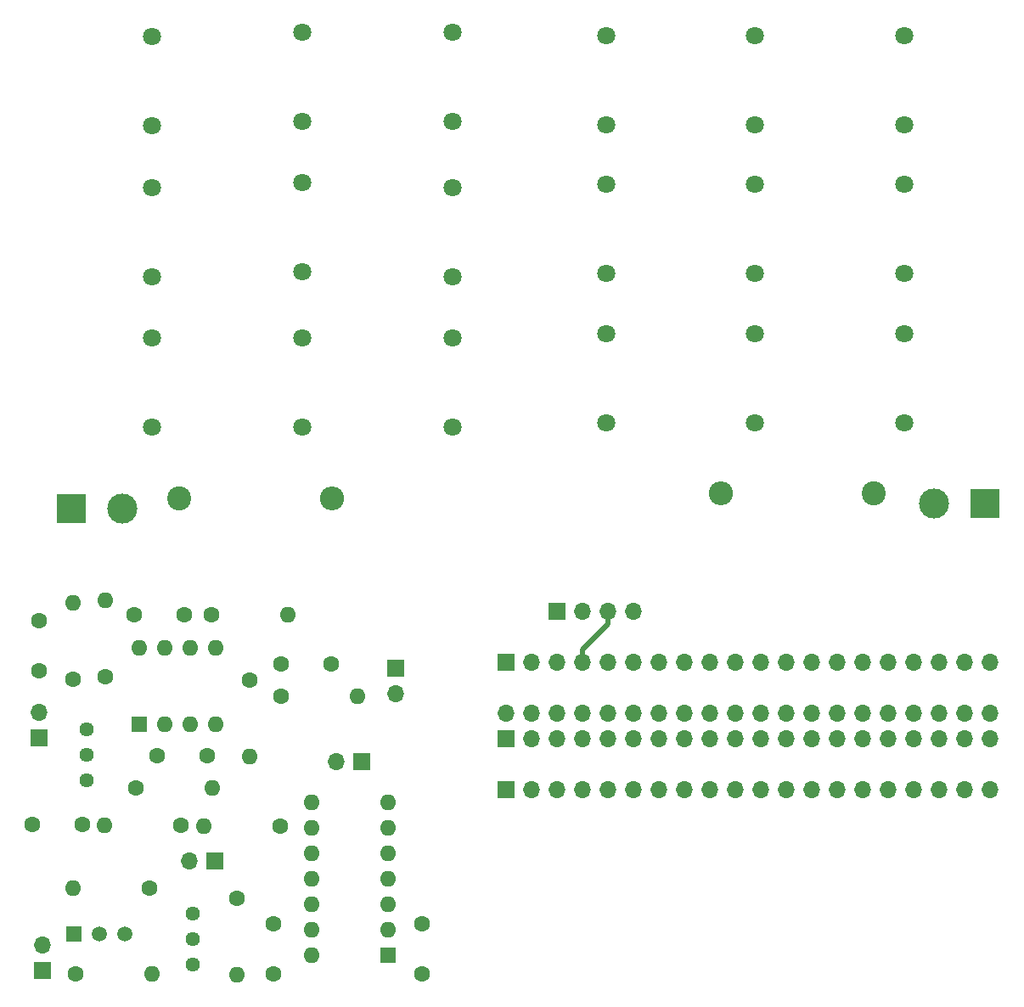
<source format=gbr>
%TF.GenerationSoftware,KiCad,Pcbnew,7.0.11+dfsg-1build4*%
%TF.CreationDate,2025-11-16T19:22:10-06:00*%
%TF.ProjectId,AdapterBoard,41646170-7465-4724-926f-6172642e6b69,rev?*%
%TF.SameCoordinates,Original*%
%TF.FileFunction,Copper,L1,Top*%
%TF.FilePolarity,Positive*%
%FSLAX46Y46*%
G04 Gerber Fmt 4.6, Leading zero omitted, Abs format (unit mm)*
G04 Created by KiCad (PCBNEW 7.0.11+dfsg-1build4) date 2025-11-16 19:22:10*
%MOMM*%
%LPD*%
G01*
G04 APERTURE LIST*
%TA.AperFunction,ComponentPad*%
%ADD10R,3.000000X3.000000*%
%TD*%
%TA.AperFunction,ComponentPad*%
%ADD11C,3.000000*%
%TD*%
%TA.AperFunction,ComponentPad*%
%ADD12C,1.600000*%
%TD*%
%TA.AperFunction,ComponentPad*%
%ADD13O,1.600000X1.600000*%
%TD*%
%TA.AperFunction,ComponentPad*%
%ADD14R,1.700000X1.700000*%
%TD*%
%TA.AperFunction,ComponentPad*%
%ADD15O,1.700000X1.700000*%
%TD*%
%TA.AperFunction,ComponentPad*%
%ADD16R,1.500000X1.500000*%
%TD*%
%TA.AperFunction,ComponentPad*%
%ADD17C,1.500000*%
%TD*%
%TA.AperFunction,ComponentPad*%
%ADD18C,2.400000*%
%TD*%
%TA.AperFunction,ComponentPad*%
%ADD19O,2.400000X2.400000*%
%TD*%
%TA.AperFunction,ComponentPad*%
%ADD20R,1.600000X1.600000*%
%TD*%
%TA.AperFunction,ComponentPad*%
%ADD21C,1.440000*%
%TD*%
%TA.AperFunction,ComponentPad*%
%ADD22C,1.800000*%
%TD*%
%TA.AperFunction,Conductor*%
%ADD23C,0.500000*%
%TD*%
G04 APERTURE END LIST*
D10*
%TO.P,J9,1,Pin_1*%
%TO.N,Net-(J1-Pin_1)*%
X35000000Y-81000000D03*
D11*
%TO.P,J9,2,Pin_2*%
%TO.N,Net-(J9-Pin_2)*%
X40080000Y-81000000D03*
%TD*%
D10*
%TO.P,J13,1,Pin_1*%
%TO.N,Net-(J13-Pin_1)*%
X126080000Y-80500000D03*
D11*
%TO.P,J13,2,Pin_2*%
%TO.N,Net-(J13-Pin_2)*%
X121000000Y-80500000D03*
%TD*%
D12*
%TO.P,R12,1*%
%TO.N,Net-(C7-Pad1)*%
X48990000Y-91580000D03*
D13*
%TO.P,R12,2*%
%TO.N,Net-(U2B--)*%
X56610000Y-91580000D03*
%TD*%
D14*
%TO.P,J31,1,Pin_1*%
%TO.N,+5V*%
X49270000Y-116180000D03*
D15*
%TO.P,J31,2,Pin_2*%
%TO.N,GND*%
X46730000Y-116180000D03*
%TD*%
D16*
%TO.P,Q1,1,E*%
%TO.N,GND*%
X35220000Y-123470000D03*
D17*
%TO.P,Q1,2,B*%
%TO.N,Net-(Q1-B)*%
X37760000Y-123470000D03*
%TO.P,Q1,3,C*%
%TO.N,Net-(Q1-C)*%
X40300000Y-123470000D03*
%TD*%
D18*
%TO.P,R1,1*%
%TO.N,Net-(J9-Pin_2)*%
X45760000Y-80000000D03*
D19*
%TO.P,R1,2*%
%TO.N,Net-(J1-Pin_2)*%
X61000000Y-80000000D03*
%TD*%
D14*
%TO.P,J33,1,Pin_1*%
%TO.N,Net-(J33-Pin_1)*%
X67320000Y-96980000D03*
D15*
%TO.P,J33,2,Pin_2*%
%TO.N,GND*%
X67320000Y-99520000D03*
%TD*%
D12*
%TO.P,R13,1*%
%TO.N,Net-(C7-Pad1)*%
X55920000Y-99760000D03*
D13*
%TO.P,R13,2*%
%TO.N,GND*%
X63540000Y-99760000D03*
%TD*%
D12*
%TO.P,R9,1*%
%TO.N,Net-(C6-Pad1)*%
X41390000Y-108870000D03*
D13*
%TO.P,R9,2*%
%TO.N,Net-(U2A--)*%
X49010000Y-108870000D03*
%TD*%
D14*
%TO.P,J26,1,Pin_1*%
%TO.N,Net-(J25-Pin_1)*%
X78320000Y-109040000D03*
D15*
%TO.P,J26,2,Pin_2*%
%TO.N,Net-(J25-Pin_3)*%
X80860000Y-109040000D03*
%TO.P,J26,3,Pin_3*%
%TO.N,Net-(J25-Pin_5)*%
X83400000Y-109040000D03*
%TO.P,J26,4,Pin_4*%
%TO.N,Net-(J25-Pin_7)*%
X85940000Y-109040000D03*
%TO.P,J26,5,Pin_5*%
%TO.N,Net-(J25-Pin_9)*%
X88480000Y-109040000D03*
%TO.P,J26,6,Pin_6*%
%TO.N,Net-(J25-Pin_11)*%
X91020000Y-109040000D03*
%TO.P,J26,7,Pin_7*%
%TO.N,Net-(J25-Pin_13)*%
X93560000Y-109040000D03*
%TO.P,J26,8,Pin_8*%
%TO.N,Net-(J25-Pin_15)*%
X96100000Y-109040000D03*
%TO.P,J26,9,Pin_9*%
%TO.N,Net-(J25-Pin_17)*%
X98640000Y-109040000D03*
%TO.P,J26,10,Pin_10*%
%TO.N,Net-(J25-Pin_19)*%
X101180000Y-109040000D03*
%TO.P,J26,11,Pin_11*%
%TO.N,Net-(J25-Pin_21)*%
X103720000Y-109040000D03*
%TO.P,J26,12,Pin_12*%
%TO.N,Net-(J25-Pin_23)*%
X106260000Y-109040000D03*
%TO.P,J26,13,Pin_13*%
%TO.N,Net-(J25-Pin_25)*%
X108800000Y-109040000D03*
%TO.P,J26,14,Pin_14*%
%TO.N,Net-(J25-Pin_27)*%
X111340000Y-109040000D03*
%TO.P,J26,15,Pin_15*%
%TO.N,Net-(J25-Pin_29)*%
X113880000Y-109040000D03*
%TO.P,J26,16,Pin_16*%
%TO.N,Net-(J25-Pin_31)*%
X116420000Y-109040000D03*
%TO.P,J26,17,Pin_17*%
%TO.N,Net-(J25-Pin_33)*%
X118960000Y-109040000D03*
%TO.P,J26,18,Pin_18*%
%TO.N,Net-(J25-Pin_35)*%
X121500000Y-109040000D03*
%TO.P,J26,19,Pin_19*%
%TO.N,Net-(J25-Pin_37)*%
X124040000Y-109040000D03*
%TO.P,J26,20,Pin_20*%
%TO.N,Net-(J25-Pin_39)*%
X126580000Y-109040000D03*
%TD*%
D12*
%TO.P,C1,1*%
%TO.N,Net-(C1-Pad1)*%
X69930000Y-127410000D03*
%TO.P,C1,2*%
%TO.N,GND*%
X69930000Y-122410000D03*
%TD*%
%TO.P,C4,1*%
%TO.N,+5V*%
X41220000Y-91630000D03*
%TO.P,C4,2*%
%TO.N,GND*%
X46220000Y-91630000D03*
%TD*%
%TO.P,R11,1*%
%TO.N,Net-(C6-Pad1)*%
X38354000Y-97790000D03*
D13*
%TO.P,R11,2*%
%TO.N,GND*%
X38354000Y-90170000D03*
%TD*%
D14*
%TO.P,J28,1,Pin_1*%
%TO.N,Net-(J25-Pin_6)*%
X83400000Y-91260000D03*
D15*
%TO.P,J28,2,Pin_2*%
%TO.N,Net-(J25-Pin_10)*%
X85940000Y-91260000D03*
%TO.P,J28,3,Pin_3*%
%TO.N,Net-(J25-Pin_8)*%
X88480000Y-91260000D03*
%TO.P,J28,4,Pin_4*%
%TO.N,Net-(J25-Pin_12)*%
X91020000Y-91260000D03*
%TD*%
D20*
%TO.P,U1,1*%
%TO.N,Net-(C1-Pad1)*%
X66530000Y-125560000D03*
D13*
%TO.P,U1,2*%
%TO.N,Net-(R3-Pad1)*%
X66530000Y-123020000D03*
%TO.P,U1,3*%
X66530000Y-120480000D03*
%TO.P,U1,4*%
%TO.N,Net-(J29-Pin_1)*%
X66530000Y-117940000D03*
%TO.P,U1,5*%
%TO.N,Net-(R3-Pad1)*%
X66530000Y-115400000D03*
%TO.P,U1,6*%
%TO.N,Net-(J29-Pin_1)*%
X66530000Y-112860000D03*
%TO.P,U1,7,GND*%
%TO.N,GND*%
X66530000Y-110320000D03*
%TO.P,U1,8*%
%TO.N,Net-(J29-Pin_2)*%
X58910000Y-110320000D03*
%TO.P,U1,9*%
%TO.N,Net-(U1-Pad11)*%
X58910000Y-112860000D03*
%TO.P,U1,10*%
%TO.N,Net-(J29-Pin_2)*%
X58910000Y-115400000D03*
%TO.P,U1,11*%
%TO.N,Net-(U1-Pad11)*%
X58910000Y-117940000D03*
%TO.P,U1,12*%
X58910000Y-120480000D03*
%TO.P,U1,13*%
%TO.N,Net-(R3-Pad1)*%
X58910000Y-123020000D03*
%TO.P,U1,14,VCC*%
%TO.N,+5V*%
X58910000Y-125560000D03*
%TD*%
D14*
%TO.P,J27,1,Pin_1*%
%TO.N,Net-(J25-Pin_2)*%
X78320000Y-96340000D03*
D15*
%TO.P,J27,2,Pin_2*%
%TO.N,Net-(J25-Pin_4)*%
X80860000Y-96340000D03*
%TO.P,J27,3,Pin_3*%
%TO.N,Net-(J25-Pin_6)*%
X83400000Y-96340000D03*
%TO.P,J27,4,Pin_4*%
%TO.N,Net-(J25-Pin_8)*%
X85940000Y-96340000D03*
%TO.P,J27,5,Pin_5*%
%TO.N,Net-(J25-Pin_10)*%
X88480000Y-96340000D03*
%TO.P,J27,6,Pin_6*%
%TO.N,Net-(J25-Pin_12)*%
X91020000Y-96340000D03*
%TO.P,J27,7,Pin_7*%
%TO.N,Net-(J25-Pin_14)*%
X93560000Y-96340000D03*
%TO.P,J27,8,Pin_8*%
%TO.N,Net-(J25-Pin_16)*%
X96100000Y-96340000D03*
%TO.P,J27,9,Pin_9*%
%TO.N,Net-(J25-Pin_18)*%
X98640000Y-96340000D03*
%TO.P,J27,10,Pin_10*%
%TO.N,Net-(J25-Pin_20)*%
X101180000Y-96340000D03*
%TO.P,J27,11,Pin_11*%
%TO.N,Net-(J25-Pin_22)*%
X103720000Y-96340000D03*
%TO.P,J27,12,Pin_12*%
%TO.N,Net-(J25-Pin_24)*%
X106260000Y-96340000D03*
%TO.P,J27,13,Pin_13*%
%TO.N,Net-(J25-Pin_26)*%
X108800000Y-96340000D03*
%TO.P,J27,14,Pin_14*%
%TO.N,Net-(J25-Pin_28)*%
X111340000Y-96340000D03*
%TO.P,J27,15,Pin_15*%
%TO.N,Net-(J25-Pin_30)*%
X113880000Y-96340000D03*
%TO.P,J27,16,Pin_16*%
%TO.N,Net-(J25-Pin_32)*%
X116420000Y-96340000D03*
%TO.P,J27,17,Pin_17*%
%TO.N,Net-(J25-Pin_34)*%
X118960000Y-96340000D03*
%TO.P,J27,18,Pin_18*%
%TO.N,Net-(J25-Pin_36)*%
X121500000Y-96340000D03*
%TO.P,J27,19,Pin_19*%
%TO.N,Net-(J25-Pin_38)*%
X124040000Y-96340000D03*
%TO.P,J27,20,Pin_20*%
%TO.N,Net-(J25-Pin_40)*%
X126580000Y-96340000D03*
%TD*%
D12*
%TO.P,R6,1*%
%TO.N,Net-(U2A-+)*%
X45920000Y-112620000D03*
D13*
%TO.P,R6,2*%
%TO.N,GND*%
X38300000Y-112620000D03*
%TD*%
D14*
%TO.P,J29,1,Pin_1*%
%TO.N,Net-(J29-Pin_1)*%
X63970000Y-106250000D03*
D15*
%TO.P,J29,2,Pin_2*%
%TO.N,Net-(J29-Pin_2)*%
X61430000Y-106250000D03*
%TD*%
D12*
%TO.P,R10,1*%
%TO.N,Net-(U2B--)*%
X52800000Y-98100000D03*
D13*
%TO.P,R10,2*%
%TO.N,Net-(C6-Pad2)*%
X52800000Y-105720000D03*
%TD*%
D12*
%TO.P,C7,1*%
%TO.N,Net-(C7-Pad1)*%
X55920000Y-96510000D03*
%TO.P,C7,2*%
%TO.N,Net-(J33-Pin_1)*%
X60920000Y-96510000D03*
%TD*%
%TO.P,R3,1*%
%TO.N,Net-(R3-Pad1)*%
X51490000Y-119920000D03*
D13*
%TO.P,R3,2*%
%TO.N,Net-(R3-Pad2)*%
X51490000Y-127540000D03*
%TD*%
D20*
%TO.P,U2,1*%
%TO.N,Net-(C6-Pad1)*%
X41740000Y-102560000D03*
D13*
%TO.P,U2,2,-*%
%TO.N,Net-(U2A--)*%
X44280000Y-102560000D03*
%TO.P,U2,3,+*%
%TO.N,Net-(U2A-+)*%
X46820000Y-102560000D03*
%TO.P,U2,4,V-*%
%TO.N,GND*%
X49360000Y-102560000D03*
%TO.P,U2,5,+*%
%TO.N,Net-(U2A-+)*%
X49360000Y-94940000D03*
%TO.P,U2,6,-*%
%TO.N,Net-(U2B--)*%
X46820000Y-94940000D03*
%TO.P,U2,7*%
%TO.N,Net-(C7-Pad1)*%
X44280000Y-94940000D03*
%TO.P,U2,8,V+*%
%TO.N,+5V*%
X41740000Y-94940000D03*
%TD*%
D14*
%TO.P,J30,1,Pin_1*%
%TO.N,GND*%
X31740000Y-103875000D03*
D15*
%TO.P,J30,2,Pin_2*%
%TO.N,Net-(J30-Pin_2)*%
X31740000Y-101335000D03*
%TD*%
D18*
%TO.P,R2,1*%
%TO.N,Net-(J13-Pin_2)*%
X115000000Y-79500000D03*
D19*
%TO.P,R2,2*%
%TO.N,Net-(J15-Pin_2)*%
X99760000Y-79500000D03*
%TD*%
D12*
%TO.P,R5,1*%
%TO.N,Net-(J32-Pin_1)*%
X35370000Y-127400000D03*
D13*
%TO.P,R5,2*%
%TO.N,Net-(Q1-B)*%
X42990000Y-127400000D03*
%TD*%
D12*
%TO.P,R4,1*%
%TO.N,Net-(C1-Pad1)*%
X42800000Y-118840000D03*
D13*
%TO.P,R4,2*%
%TO.N,Net-(Q1-C)*%
X35180000Y-118840000D03*
%TD*%
D12*
%TO.P,C2,1*%
%TO.N,Net-(J30-Pin_2)*%
X31790000Y-97190000D03*
%TO.P,C2,2*%
%TO.N,Net-(C2-Pad2)*%
X31790000Y-92190000D03*
%TD*%
D21*
%TO.P,RV2,1,1*%
%TO.N,Net-(C6-Pad1)*%
X36510000Y-103040000D03*
%TO.P,RV2,2,2*%
%TO.N,Net-(U2A--)*%
X36510000Y-105580000D03*
%TO.P,RV2,3,3*%
%TO.N,unconnected-(RV2-Pad3)*%
X36510000Y-108120000D03*
%TD*%
D12*
%TO.P,C3,1*%
%TO.N,+5V*%
X55100000Y-122440000D03*
%TO.P,C3,2*%
%TO.N,GND*%
X55100000Y-127440000D03*
%TD*%
D14*
%TO.P,J32,1,Pin_1*%
%TO.N,Net-(J32-Pin_1)*%
X32090000Y-127050000D03*
D15*
%TO.P,J32,2,Pin_2*%
%TO.N,GND*%
X32090000Y-124510000D03*
%TD*%
D21*
%TO.P,RV1,1,1*%
%TO.N,Net-(R3-Pad2)*%
X47100000Y-126460000D03*
%TO.P,RV1,2,2*%
%TO.N,Net-(C1-Pad1)*%
X47100000Y-123920000D03*
%TO.P,RV1,3,3*%
%TO.N,unconnected-(RV1-Pad3)*%
X47100000Y-121380000D03*
%TD*%
D12*
%TO.P,C5,1*%
%TO.N,GND*%
X31100000Y-112560000D03*
%TO.P,C5,2*%
%TO.N,Net-(U2A-+)*%
X36100000Y-112560000D03*
%TD*%
%TO.P,R8,1*%
%TO.N,Net-(U2A--)*%
X35130000Y-98010000D03*
D13*
%TO.P,R8,2*%
%TO.N,Net-(C2-Pad2)*%
X35130000Y-90390000D03*
%TD*%
D12*
%TO.P,C6,1*%
%TO.N,Net-(C6-Pad1)*%
X43520000Y-105690000D03*
%TO.P,C6,2*%
%TO.N,Net-(C6-Pad2)*%
X48520000Y-105690000D03*
%TD*%
%TO.P,R7,1*%
%TO.N,+5V*%
X55770000Y-112690000D03*
D13*
%TO.P,R7,2*%
%TO.N,Net-(U2A-+)*%
X48150000Y-112690000D03*
%TD*%
D22*
%TO.P,J11,1,Pin_1*%
%TO.N,Net-(J1-Pin_1)*%
X43000000Y-34000000D03*
%TO.P,J11,2,Pin_2*%
%TO.N,Net-(J1-Pin_2)*%
X43000000Y-42890000D03*
%TD*%
%TO.P,J21,1,Pin_1*%
%TO.N,Net-(J13-Pin_1)*%
X103171682Y-63555000D03*
%TO.P,J21,2,Pin_2*%
%TO.N,Net-(J15-Pin_2)*%
X103171682Y-72445000D03*
%TD*%
%TO.P,J7,1,Pin_1*%
%TO.N,Net-(J1-Pin_1)*%
X58000000Y-33555000D03*
%TO.P,J7,2,Pin_2*%
%TO.N,Net-(J1-Pin_2)*%
X58000000Y-42445000D03*
%TD*%
%TO.P,J1,1,Pin_1*%
%TO.N,Net-(J1-Pin_1)*%
X73000000Y-33555000D03*
%TO.P,J1,2,Pin_2*%
%TO.N,Net-(J1-Pin_2)*%
X73000000Y-42445000D03*
%TD*%
%TO.P,J2,1,Pin_1*%
%TO.N,Net-(J1-Pin_1)*%
X43000000Y-49000000D03*
%TO.P,J2,2,Pin_2*%
%TO.N,Net-(J1-Pin_2)*%
X43000000Y-57890000D03*
%TD*%
%TO.P,J20,1,Pin_1*%
%TO.N,Net-(J13-Pin_1)*%
X103171682Y-48726682D03*
%TO.P,J20,2,Pin_2*%
%TO.N,Net-(J15-Pin_2)*%
X103171682Y-57616682D03*
%TD*%
%TO.P,J3,1,Pin_1*%
%TO.N,Net-(J1-Pin_1)*%
X73000000Y-49000000D03*
%TO.P,J3,2,Pin_2*%
%TO.N,Net-(J1-Pin_2)*%
X73000000Y-57890000D03*
%TD*%
D14*
%TO.P,J25,1,Pin_1*%
%TO.N,Net-(J25-Pin_1)*%
X78320000Y-103960000D03*
D15*
%TO.P,J25,2,Pin_2*%
%TO.N,Net-(J25-Pin_2)*%
X78320000Y-101420000D03*
%TO.P,J25,3,Pin_3*%
%TO.N,Net-(J25-Pin_3)*%
X80860000Y-103960000D03*
%TO.P,J25,4,Pin_4*%
%TO.N,Net-(J25-Pin_4)*%
X80860000Y-101420000D03*
%TO.P,J25,5,Pin_5*%
%TO.N,Net-(J25-Pin_5)*%
X83400000Y-103960000D03*
%TO.P,J25,6,Pin_6*%
%TO.N,Net-(J25-Pin_6)*%
X83400000Y-101420000D03*
%TO.P,J25,7,Pin_7*%
%TO.N,Net-(J25-Pin_7)*%
X85940000Y-103960000D03*
%TO.P,J25,8,Pin_8*%
%TO.N,Net-(J25-Pin_8)*%
X85940000Y-101420000D03*
%TO.P,J25,9,Pin_9*%
%TO.N,Net-(J25-Pin_9)*%
X88480000Y-103960000D03*
%TO.P,J25,10,Pin_10*%
%TO.N,Net-(J25-Pin_10)*%
X88480000Y-101420000D03*
%TO.P,J25,11,Pin_11*%
%TO.N,Net-(J25-Pin_11)*%
X91020000Y-103960000D03*
%TO.P,J25,12,Pin_12*%
%TO.N,Net-(J25-Pin_12)*%
X91020000Y-101420000D03*
%TO.P,J25,13,Pin_13*%
%TO.N,Net-(J25-Pin_13)*%
X93560000Y-103960000D03*
%TO.P,J25,14,Pin_14*%
%TO.N,Net-(J25-Pin_14)*%
X93560000Y-101420000D03*
%TO.P,J25,15,Pin_15*%
%TO.N,Net-(J25-Pin_15)*%
X96100000Y-103960000D03*
%TO.P,J25,16,Pin_16*%
%TO.N,Net-(J25-Pin_16)*%
X96100000Y-101420000D03*
%TO.P,J25,17,Pin_17*%
%TO.N,Net-(J25-Pin_17)*%
X98640000Y-103960000D03*
%TO.P,J25,18,Pin_18*%
%TO.N,Net-(J25-Pin_18)*%
X98640000Y-101420000D03*
%TO.P,J25,19,Pin_19*%
%TO.N,Net-(J25-Pin_19)*%
X101180000Y-103960000D03*
%TO.P,J25,20,Pin_20*%
%TO.N,Net-(J25-Pin_20)*%
X101180000Y-101420000D03*
%TO.P,J25,21,Pin_21*%
%TO.N,Net-(J25-Pin_21)*%
X103720000Y-103960000D03*
%TO.P,J25,22,Pin_22*%
%TO.N,Net-(J25-Pin_22)*%
X103720000Y-101420000D03*
%TO.P,J25,23,Pin_23*%
%TO.N,Net-(J25-Pin_23)*%
X106260000Y-103960000D03*
%TO.P,J25,24,Pin_24*%
%TO.N,Net-(J25-Pin_24)*%
X106260000Y-101420000D03*
%TO.P,J25,25,Pin_25*%
%TO.N,Net-(J25-Pin_25)*%
X108800000Y-103960000D03*
%TO.P,J25,26,Pin_26*%
%TO.N,Net-(J25-Pin_26)*%
X108800000Y-101420000D03*
%TO.P,J25,27,Pin_27*%
%TO.N,Net-(J25-Pin_27)*%
X111340000Y-103960000D03*
%TO.P,J25,28,Pin_28*%
%TO.N,Net-(J25-Pin_28)*%
X111340000Y-101420000D03*
%TO.P,J25,29,Pin_29*%
%TO.N,Net-(J25-Pin_29)*%
X113880000Y-103960000D03*
%TO.P,J25,30,Pin_30*%
%TO.N,Net-(J25-Pin_30)*%
X113880000Y-101420000D03*
%TO.P,J25,31,Pin_31*%
%TO.N,Net-(J25-Pin_31)*%
X116420000Y-103960000D03*
%TO.P,J25,32,Pin_32*%
%TO.N,Net-(J25-Pin_32)*%
X116420000Y-101420000D03*
%TO.P,J25,33,Pin_33*%
%TO.N,Net-(J25-Pin_33)*%
X118960000Y-103960000D03*
%TO.P,J25,34,Pin_34*%
%TO.N,Net-(J25-Pin_34)*%
X118960000Y-101420000D03*
%TO.P,J25,35,Pin_35*%
%TO.N,Net-(J25-Pin_35)*%
X121500000Y-103960000D03*
%TO.P,J25,36,Pin_36*%
%TO.N,Net-(J25-Pin_36)*%
X121500000Y-101420000D03*
%TO.P,J25,37,Pin_37*%
%TO.N,Net-(J25-Pin_37)*%
X124040000Y-103960000D03*
%TO.P,J25,38,Pin_38*%
%TO.N,Net-(J25-Pin_38)*%
X124040000Y-101420000D03*
%TO.P,J25,39,Pin_39*%
%TO.N,Net-(J25-Pin_39)*%
X126580000Y-103960000D03*
%TO.P,J25,40,Pin_40*%
%TO.N,Net-(J25-Pin_40)*%
X126580000Y-101420000D03*
%TD*%
D22*
%TO.P,J8,1,Pin_1*%
%TO.N,Net-(J1-Pin_1)*%
X73000000Y-64000000D03*
%TO.P,J8,2,Pin_2*%
%TO.N,Net-(J1-Pin_2)*%
X73000000Y-72890000D03*
%TD*%
%TO.P,J4,1,Pin_1*%
%TO.N,Net-(J1-Pin_1)*%
X58000000Y-48555000D03*
%TO.P,J4,2,Pin_2*%
%TO.N,Net-(J1-Pin_2)*%
X58000000Y-57445000D03*
%TD*%
%TO.P,J24,1,Pin_1*%
%TO.N,Net-(J13-Pin_1)*%
X88343364Y-63555000D03*
%TO.P,J24,2,Pin_2*%
%TO.N,Net-(J15-Pin_2)*%
X88343364Y-72445000D03*
%TD*%
%TO.P,J22,1,Pin_1*%
%TO.N,Net-(J13-Pin_1)*%
X88343364Y-33898364D03*
%TO.P,J22,2,Pin_2*%
%TO.N,Net-(J15-Pin_2)*%
X88343364Y-42788364D03*
%TD*%
%TO.P,J6,1,Pin_1*%
%TO.N,Net-(J1-Pin_1)*%
X58000000Y-64000000D03*
%TO.P,J6,2,Pin_2*%
%TO.N,Net-(J1-Pin_2)*%
X58000000Y-72890000D03*
%TD*%
%TO.P,J19,1,Pin_1*%
%TO.N,Net-(J13-Pin_1)*%
X103171682Y-33898364D03*
%TO.P,J19,2,Pin_2*%
%TO.N,Net-(J15-Pin_2)*%
X103171682Y-42788364D03*
%TD*%
%TO.P,J17,1,Pin_1*%
%TO.N,Net-(J13-Pin_1)*%
X118000000Y-48726682D03*
%TO.P,J17,2,Pin_2*%
%TO.N,Net-(J15-Pin_2)*%
X118000000Y-57616682D03*
%TD*%
%TO.P,J23,1,Pin_1*%
%TO.N,Net-(J13-Pin_1)*%
X88343364Y-48726682D03*
%TO.P,J23,2,Pin_2*%
%TO.N,Net-(J15-Pin_2)*%
X88343364Y-57616682D03*
%TD*%
%TO.P,J5,1,Pin_1*%
%TO.N,Net-(J1-Pin_1)*%
X43000000Y-64000000D03*
%TO.P,J5,2,Pin_2*%
%TO.N,Net-(J1-Pin_2)*%
X43000000Y-72890000D03*
%TD*%
%TO.P,J15,1,Pin_1*%
%TO.N,Net-(J13-Pin_1)*%
X118000000Y-33898364D03*
%TO.P,J15,2,Pin_2*%
%TO.N,Net-(J15-Pin_2)*%
X118000000Y-42788364D03*
%TD*%
%TO.P,J18,1,Pin_1*%
%TO.N,Net-(J13-Pin_1)*%
X118000000Y-63555000D03*
%TO.P,J18,2,Pin_2*%
%TO.N,Net-(J15-Pin_2)*%
X118000000Y-72445000D03*
%TD*%
D23*
%TO.N,Net-(J25-Pin_8)*%
X85940000Y-95070000D02*
X88480000Y-92530000D01*
X88480000Y-92530000D02*
X88480000Y-91260000D01*
X85940000Y-96340000D02*
X85940000Y-95070000D01*
%TD*%
M02*

</source>
